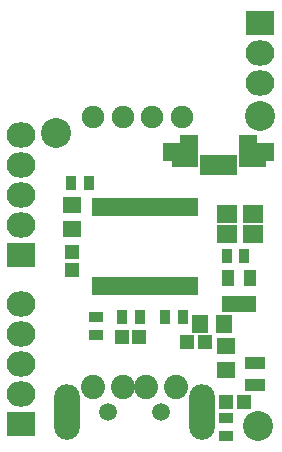
<source format=gts>
%TF.GenerationSoftware,KiCad,Pcbnew,4.0.7*%
%TF.CreationDate,2018-05-11T17:13:01+01:00*%
%TF.ProjectId,a5v11-mod-01,61357631312D6D6F642D30312E6B6963,rev?*%
%TF.FileFunction,Soldermask,Top*%
%FSLAX46Y46*%
G04 Gerber Fmt 4.6, Leading zero omitted, Abs format (unit mm)*
G04 Created by KiCad (PCBNEW 4.0.7) date Friday, 11 May 2018 'PMt' 17:13:01*
%MOMM*%
%LPD*%
G01*
G04 APERTURE LIST*
%ADD10C,0.100000*%
%ADD11C,2.540000*%
%ADD12R,1.150000X1.200000*%
%ADD13R,2.432000X2.127200*%
%ADD14O,2.432000X2.127200*%
%ADD15R,0.900000X1.300000*%
%ADD16R,1.300000X0.900000*%
%ADD17R,1.050000X1.460000*%
%ADD18R,0.700000X1.800000*%
%ADD19R,1.650000X2.700000*%
%ADD20R,1.100000X2.000000*%
%ADD21R,1.100000X1.500000*%
%ADD22C,2.050000*%
%ADD23C,1.500000*%
%ADD24O,2.200000X4.700000*%
%ADD25R,0.704800X1.543000*%
%ADD26R,1.650000X1.400000*%
%ADD27R,1.400000X1.650000*%
%ADD28R,1.200000X1.150000*%
%ADD29R,1.700000X1.100000*%
%ADD30R,1.800000X1.600000*%
%ADD31C,1.900000*%
G04 APERTURE END LIST*
D10*
D11*
X10652600Y25327400D03*
D12*
X-5244402Y12294732D03*
X-5244402Y13794732D03*
D11*
X-6637400Y23867400D03*
D13*
X10612600Y33197400D03*
D14*
X10612600Y30657400D03*
X10612600Y28117400D03*
D15*
X7802600Y13477400D03*
X9302600Y13477400D03*
X-5359402Y19648732D03*
X-3859402Y19648732D03*
D16*
X-3212402Y6770232D03*
X-3212402Y8270232D03*
D15*
X458598Y8282232D03*
X-1041402Y8282232D03*
X2578098Y8282232D03*
X4078098Y8282232D03*
D17*
X7902600Y9377400D03*
X8852600Y9377400D03*
X9802600Y9377400D03*
X9802600Y11577400D03*
X7902600Y11577400D03*
D18*
X8376600Y21127400D03*
X7876600Y21127400D03*
X7376600Y21127400D03*
X6876600Y21127400D03*
X6376600Y21127400D03*
X5876600Y21127400D03*
D19*
X4626600Y22377400D03*
D20*
X3651600Y22027400D03*
D21*
X2951600Y22277400D03*
D19*
X9626600Y22377400D03*
D20*
X10601600Y22027400D03*
D21*
X11301600Y22277400D03*
D13*
X-9597400Y13517400D03*
D14*
X-9597400Y16057400D03*
X-9597400Y18597400D03*
X-9597400Y21137400D03*
X-9597400Y23677400D03*
D13*
X-9597400Y-772600D03*
D14*
X-9597400Y1767400D03*
X-9597400Y4307400D03*
X-9597400Y6847400D03*
X-9597400Y9387400D03*
D22*
X1002600Y2377400D03*
X3502600Y2377400D03*
X-997400Y2377400D03*
X-3497400Y2377400D03*
D23*
X2252600Y277400D03*
X-2247400Y277400D03*
D24*
X-5697400Y277400D03*
X5702600Y277400D03*
D25*
X5042598Y17616732D03*
X4407598Y17616732D03*
X3772598Y17616732D03*
X3137598Y17616732D03*
X2502598Y17616732D03*
X1867598Y17616732D03*
X1232598Y17616732D03*
X597598Y17616732D03*
X-37402Y17616732D03*
X-672402Y17616732D03*
X-1307402Y17616732D03*
X-1942402Y17616732D03*
X-2577402Y17616732D03*
X-3212402Y17616732D03*
X-3212402Y10949232D03*
X-2577402Y10949232D03*
X-1942402Y10949232D03*
X-1307402Y10949232D03*
X-672402Y10949232D03*
X-37402Y10949232D03*
X597598Y10949232D03*
X1232598Y10949232D03*
X1867598Y10949232D03*
X2502598Y10949232D03*
X3137598Y10949232D03*
X3772598Y10949232D03*
X4407598Y10949232D03*
X5042598Y10949232D03*
D11*
X10502600Y-922600D03*
D26*
X7762600Y3817400D03*
X7762600Y5817400D03*
X-5244402Y15727732D03*
X-5244402Y17727732D03*
D27*
X5562600Y7667400D03*
X7562600Y7667400D03*
D28*
X5962600Y6167400D03*
X4462600Y6167400D03*
D29*
X10202600Y2517400D03*
X10202600Y4417400D03*
D28*
X412600Y6617400D03*
X-1087400Y6617400D03*
X9262600Y1067400D03*
X7762600Y1067400D03*
D16*
X7762600Y-282600D03*
X7762600Y-1782600D03*
D30*
X7848600Y15343400D03*
X10048600Y15343400D03*
X10048600Y17043400D03*
X7848600Y17043400D03*
D31*
X3992600Y25227400D03*
X1492600Y25227400D03*
X-1007400Y25227400D03*
X-3507400Y25227400D03*
M02*

</source>
